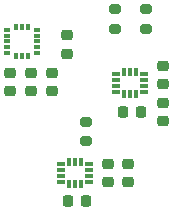
<source format=gbr>
%TF.GenerationSoftware,KiCad,Pcbnew,(6.0.6-0)*%
%TF.CreationDate,2022-08-17T23:57:47-07:00*%
%TF.ProjectId,invensense_icm,696e7665-6e73-4656-9e73-655f69636d2e,rev?*%
%TF.SameCoordinates,Original*%
%TF.FileFunction,Paste,Top*%
%TF.FilePolarity,Positive*%
%FSLAX46Y46*%
G04 Gerber Fmt 4.6, Leading zero omitted, Abs format (unit mm)*
G04 Created by KiCad (PCBNEW (6.0.6-0)) date 2022-08-17 23:57:47*
%MOMM*%
%LPD*%
G01*
G04 APERTURE LIST*
G04 Aperture macros list*
%AMRoundRect*
0 Rectangle with rounded corners*
0 $1 Rounding radius*
0 $2 $3 $4 $5 $6 $7 $8 $9 X,Y pos of 4 corners*
0 Add a 4 corners polygon primitive as box body*
4,1,4,$2,$3,$4,$5,$6,$7,$8,$9,$2,$3,0*
0 Add four circle primitives for the rounded corners*
1,1,$1+$1,$2,$3*
1,1,$1+$1,$4,$5*
1,1,$1+$1,$6,$7*
1,1,$1+$1,$8,$9*
0 Add four rect primitives between the rounded corners*
20,1,$1+$1,$2,$3,$4,$5,0*
20,1,$1+$1,$4,$5,$6,$7,0*
20,1,$1+$1,$6,$7,$8,$9,0*
20,1,$1+$1,$8,$9,$2,$3,0*%
G04 Aperture macros list end*
%ADD10RoundRect,0.225000X0.250000X-0.225000X0.250000X0.225000X-0.250000X0.225000X-0.250000X-0.225000X0*%
%ADD11RoundRect,0.225000X0.225000X0.250000X-0.225000X0.250000X-0.225000X-0.250000X0.225000X-0.250000X0*%
%ADD12RoundRect,0.200000X0.275000X-0.200000X0.275000X0.200000X-0.275000X0.200000X-0.275000X-0.200000X0*%
%ADD13RoundRect,0.031500X-0.263500X-0.143500X0.263500X-0.143500X0.263500X0.143500X-0.263500X0.143500X0*%
%ADD14RoundRect,0.031500X0.143500X-0.263500X0.143500X0.263500X-0.143500X0.263500X-0.143500X-0.263500X0*%
%ADD15RoundRect,0.031500X0.263500X0.143500X-0.263500X0.143500X-0.263500X-0.143500X0.263500X-0.143500X0*%
%ADD16RoundRect,0.031500X-0.143500X0.263500X-0.143500X-0.263500X0.143500X-0.263500X0.143500X0.263500X0*%
%ADD17RoundRect,0.225000X-0.225000X-0.250000X0.225000X-0.250000X0.225000X0.250000X-0.225000X0.250000X0*%
%ADD18RoundRect,0.225000X-0.250000X0.225000X-0.250000X-0.225000X0.250000X-0.225000X0.250000X0.225000X0*%
%ADD19R,0.490000X0.350000*%
%ADD20R,0.350000X0.490000*%
%ADD21RoundRect,0.031500X-0.273500X-0.143500X0.273500X-0.143500X0.273500X0.143500X-0.273500X0.143500X0*%
%ADD22RoundRect,0.031500X0.143500X-0.273500X0.143500X0.273500X-0.143500X0.273500X-0.143500X-0.273500X0*%
%ADD23RoundRect,0.031500X0.273500X0.143500X-0.273500X0.143500X-0.273500X-0.143500X0.273500X-0.143500X0*%
%ADD24RoundRect,0.031500X-0.143500X0.273500X-0.143500X-0.273500X0.143500X-0.273500X0.143500X0.273500X0*%
G04 APERTURE END LIST*
D10*
%TO.C,C10*%
X112141000Y-106312000D03*
X112141000Y-104762000D03*
%TD*%
D11*
%TO.C,C9*%
X113754200Y-118821200D03*
X112204200Y-118821200D03*
%TD*%
D10*
%TO.C,C3*%
X107340400Y-109487000D03*
X107340400Y-107937000D03*
%TD*%
D12*
%TO.C,R2*%
X116255800Y-104203000D03*
X116255800Y-102553000D03*
%TD*%
D13*
%TO.C,U2*%
X116335400Y-108063600D03*
X116335400Y-108563600D03*
X116335400Y-109063600D03*
X116335400Y-109563600D03*
D14*
X117000400Y-109728600D03*
X117500400Y-109728600D03*
X118000400Y-109728600D03*
D15*
X118665400Y-109563600D03*
X118665400Y-109063600D03*
X118665400Y-108563600D03*
X118665400Y-108063600D03*
D16*
X118000400Y-107898600D03*
X117500400Y-107898600D03*
X117000400Y-107898600D03*
%TD*%
D17*
%TO.C,C6*%
X116864800Y-111252000D03*
X118414800Y-111252000D03*
%TD*%
D18*
%TO.C,C5*%
X120243600Y-107327400D03*
X120243600Y-108877400D03*
%TD*%
D10*
%TO.C,C4*%
X120243600Y-112027000D03*
X120243600Y-110477000D03*
%TD*%
%TO.C,C8*%
X117348000Y-117208600D03*
X117348000Y-115658600D03*
%TD*%
%TO.C,C2*%
X109118400Y-109500000D03*
X109118400Y-107950000D03*
%TD*%
D12*
%TO.C,R3*%
X113792000Y-113753400D03*
X113792000Y-112103400D03*
%TD*%
D10*
%TO.C,C7*%
X115620800Y-117208600D03*
X115620800Y-115658600D03*
%TD*%
D19*
%TO.C,U1*%
X109591000Y-106283000D03*
X109591000Y-105783000D03*
X109591000Y-105283000D03*
X109591000Y-104783000D03*
X109591000Y-104283000D03*
D20*
X108831000Y-104023000D03*
X108331000Y-104023000D03*
X107831000Y-104023000D03*
D19*
X107071000Y-104283000D03*
X107071000Y-104783000D03*
X107071000Y-105283000D03*
X107071000Y-105783000D03*
X107071000Y-106283000D03*
D20*
X107831000Y-106543000D03*
X108331000Y-106543000D03*
X108831000Y-106543000D03*
%TD*%
D10*
%TO.C,C1*%
X110845600Y-109487000D03*
X110845600Y-107937000D03*
%TD*%
D12*
%TO.C,R1*%
X118872000Y-104203000D03*
X118872000Y-102553000D03*
%TD*%
D21*
%TO.C,U3*%
X111666800Y-115683600D03*
X111666800Y-116183600D03*
X111666800Y-116683600D03*
X111666800Y-117183600D03*
D22*
X112326800Y-117343600D03*
X112826800Y-117343600D03*
X113326800Y-117343600D03*
D23*
X113986800Y-117183600D03*
X113986800Y-116683600D03*
X113986800Y-116183600D03*
X113986800Y-115683600D03*
D24*
X113326800Y-115523600D03*
X112826800Y-115523600D03*
X112326800Y-115523600D03*
%TD*%
M02*

</source>
